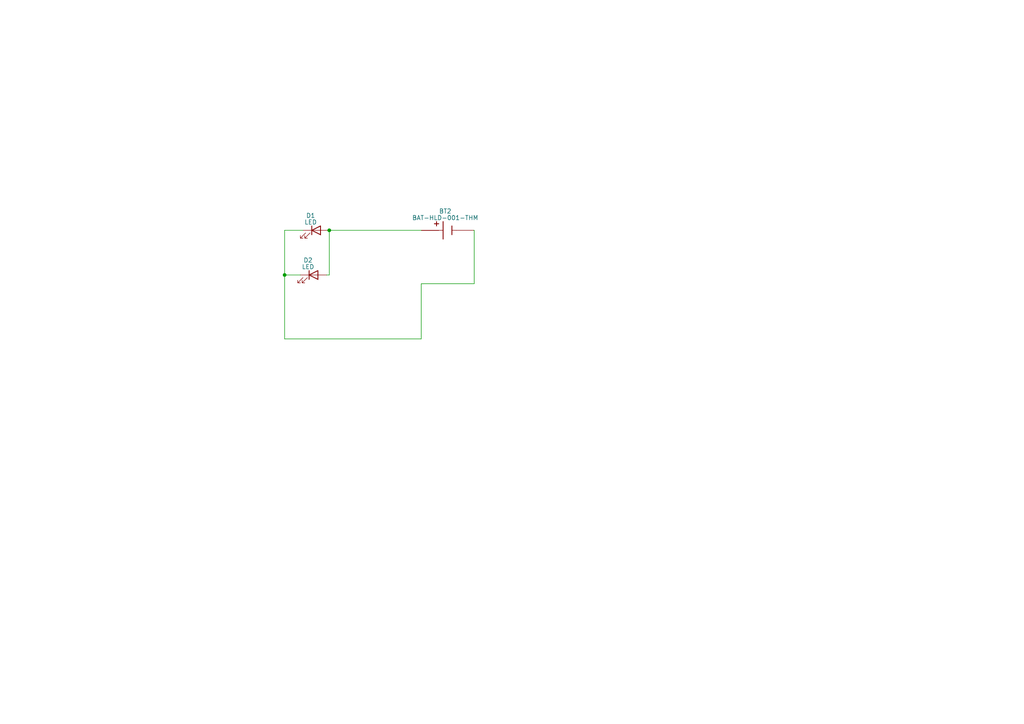
<source format=kicad_sch>
(kicad_sch (version 20230121) (generator eeschema)
  (paper "A4")
  (lib_symbols
    (symbol "BAT-HLD-001-THM:BAT-HLD-001-THM" (pin_numbers hide) (pin_names (offset 1.016) hide)
      (property "Reference" "BT" (at -3.81 3.81 0))
      (property "Value" "BAT-HLD-001-THM" (at -3.81 -5.08 0))
      (symbol "BAT-HLD-001-THM_0_0"
        (polyline (pts (xy -3.81 1.905) (xy -2.54 1.905)) (stroke (width 0.254)))
        (polyline (pts (xy -3.175 2.54) (xy -3.175 1.27)) (stroke (width 0.254)))
        (polyline (pts (xy -1.27 0) (xy -2.54 0)) (stroke (width 0.1524)))
        (polyline (pts (xy -1.27 0) (xy -1.27 -2.54)) (stroke (width 0.254)))
        (polyline (pts (xy -1.27 2.54) (xy -1.27 0)) (stroke (width 0.254)))
        (polyline (pts (xy 1.27 0) (xy 1.27 -1.27)) (stroke (width 0.254)))
        (polyline (pts (xy 1.27 0) (xy 2.54 0)) (stroke (width 0.1524)))
        (polyline (pts (xy 1.27 1.27) (xy 1.27 0)) (stroke (width 0.254)))
        (pin passive line (at 7.62 0 180) (length 5.08) (name "~") (number "N"))
        (pin passive line (at -7.62 0 0) (length 5.08) (name "~") (number "P1"))
        (pin passive line (at -7.62 0 0) (length 5.08) (name "~") (number "P2"))
        (pin passive line (at -7.62 0 0) (length 5.08) (name "~") (number "P3"))
        (pin passive line (at -7.62 0 0) (length 5.08) (name "~") (number "P4"))
      )
    )
    (symbol "Device:LED" (pin_numbers hide) (pin_names (offset 1.016) hide)
      (property "Reference" "D" (at 0 2.54 0))
      (property "Value" "LED" (at 0 -2.54 0))
      (symbol "LED_0_1"
        (polyline (pts (xy -1.27 -1.27) (xy -1.27 1.27)) (stroke (width 0.254)))
        (polyline (pts (xy -1.27 0) (xy 1.27 0)))
        (polyline (pts (xy 1.27 -1.27) (xy 1.27 1.27) (xy -1.27 0) (xy 1.27 -1.27)) (stroke (width 0.254)))
        (polyline (pts (xy -3.048 -0.762) (xy -4.572 -2.286) (xy -3.81 -2.286) (xy -4.572 -2.286) (xy -4.572 -1.524)))
        (polyline (pts (xy -1.778 -0.762) (xy -3.302 -2.286) (xy -2.54 -2.286) (xy -3.302 -2.286) (xy -3.302 -1.524)))
      )
      (symbol "LED_1_1"
        (pin passive line (at -3.81 0 0) (length 2.54) (name "K") (number "1"))
        (pin passive line (at 3.81 0 180) (length 2.54) (name "A") (number "2"))
      )
    )
  )
  (junction (at 82.55 79.756))
  (junction (at 95.504 66.802))
  (wire (pts (xy 82.55 66.802) (xy 82.55 79.756)))
  (wire (pts (xy 122.174 98.298) (xy 122.174 82.296)))
  (wire (pts (xy 137.541 66.802) (xy 137.541 82.296)))
  (wire (pts (xy 122.174 66.802) (xy 95.504 66.802)))
  (wire (pts (xy 94.742 79.756) (xy 95.504 79.756)))
  (wire (pts (xy 137.414 66.802) (xy 137.541 66.802)))
  (wire (pts (xy 82.55 98.298) (xy 122.174 98.298)))
  (wire (pts (xy 95.504 66.802) (xy 95.504 79.756)))
  (wire (pts (xy 82.55 79.756) (xy 82.55 98.298)))
  (wire (pts (xy 122.174 82.296) (xy 137.541 82.296)))
  (wire (pts (xy 82.55 79.756) (xy 87.122 79.756)))
  (wire (pts (xy 87.884 66.802) (xy 82.55 66.802)))
  (symbol (lib_id "BAT-HLD-001-THM:BAT-HLD-001-THM") (at 129.794 66.802 0) (unit 1)
    (property "Reference" "BT2" (at 129.1336 61.2521 0))
    (property "Value" "BAT-HLD-001-THM" (at 129.1336 63.1731 0))
    (property "Footprint" "BAT_BAT-HLD-001-THM" (effects hide))
    (property "MAXIMUM_PACKAGE_HEIGHT" "4.2mm" (effects hide))
    (property "STANDARD" "Manufacturer Recommendations" (effects hide))
    (property "PARTREV" "C" (effects hide))
    (property "MANUFACTURER" "Linx Technologies" (effects hide))
  )
  (symbol (lib_id "Device:LED") (at 90.932 79.756 0) (unit 1)
    (property "Reference" "D2" (at 89.3445 75.4761 0))
    (property "Value" "LED" (at 89.3445 77.3971 0))
    (property "Footprint" "LED_THT:LED_D5.0mm" (effects hide))
  )
  (symbol (lib_id "Device:LED") (at 91.694 66.802 0) (unit 1)
    (property "Reference" "D1" (at 90.1065 62.5221 0))
    (property "Value" "LED" (at 90.1065 64.4431 0))
    (property "Footprint" "LED_THT:LED_D5.0mm" (effects hide))
  )
)
</source>
